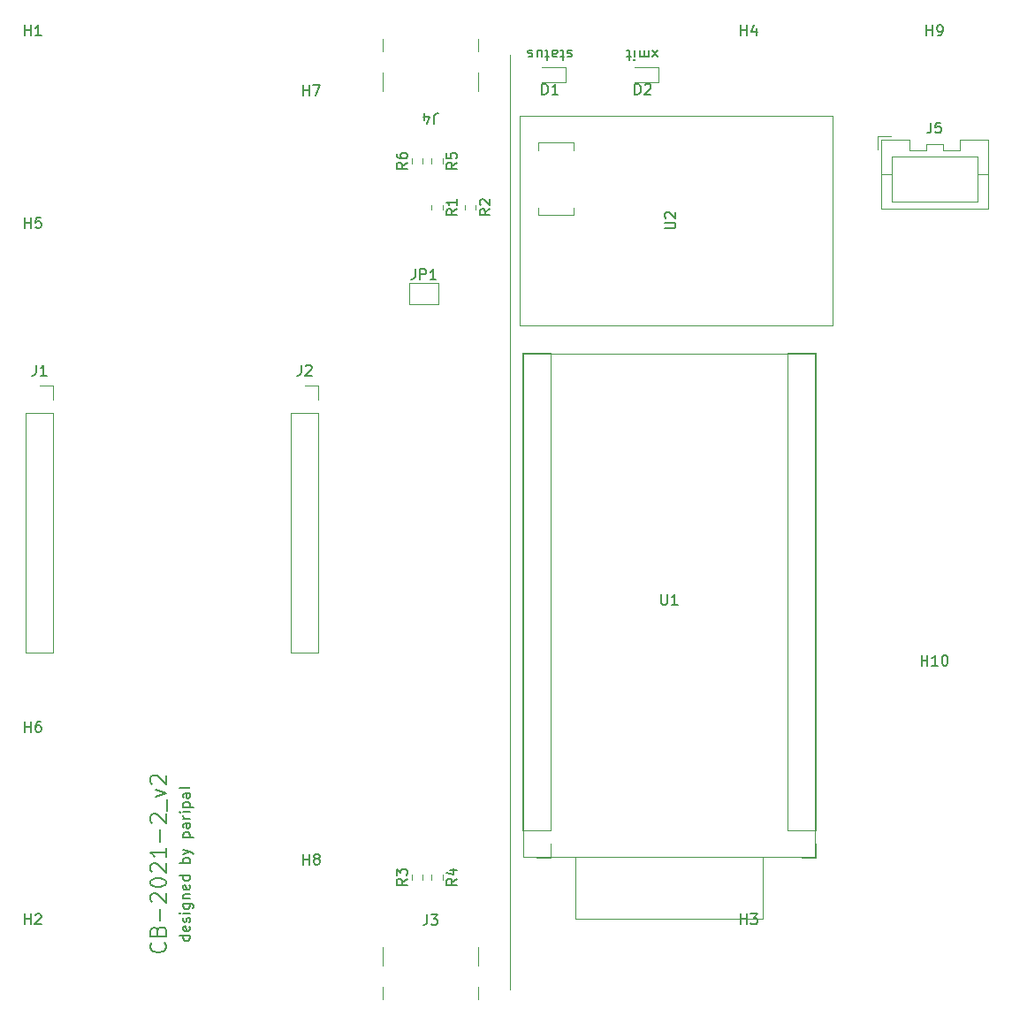
<source format=gbr>
G04 #@! TF.GenerationSoftware,KiCad,Pcbnew,7.0.7*
G04 #@! TF.CreationDate,2023-10-02T17:25:41+09:00*
G04 #@! TF.ProjectId,control_boad_2021-2,636f6e74-726f-46c5-9f62-6f61645f3230,rev?*
G04 #@! TF.SameCoordinates,Original*
G04 #@! TF.FileFunction,Legend,Top*
G04 #@! TF.FilePolarity,Positive*
%FSLAX46Y46*%
G04 Gerber Fmt 4.6, Leading zero omitted, Abs format (unit mm)*
G04 Created by KiCad (PCBNEW 7.0.7) date 2023-10-02 17:25:41*
%MOMM*%
%LPD*%
G01*
G04 APERTURE LIST*
%ADD10C,0.120000*%
%ADD11C,0.150000*%
%ADD12C,0.200000*%
G04 APERTURE END LIST*
D10*
X114935000Y-145415000D02*
X114935000Y-55880000D01*
D11*
X84274819Y-140207143D02*
X83274819Y-140207143D01*
X84227200Y-140207143D02*
X84274819Y-140302381D01*
X84274819Y-140302381D02*
X84274819Y-140492857D01*
X84274819Y-140492857D02*
X84227200Y-140588095D01*
X84227200Y-140588095D02*
X84179580Y-140635714D01*
X84179580Y-140635714D02*
X84084342Y-140683333D01*
X84084342Y-140683333D02*
X83798628Y-140683333D01*
X83798628Y-140683333D02*
X83703390Y-140635714D01*
X83703390Y-140635714D02*
X83655771Y-140588095D01*
X83655771Y-140588095D02*
X83608152Y-140492857D01*
X83608152Y-140492857D02*
X83608152Y-140302381D01*
X83608152Y-140302381D02*
X83655771Y-140207143D01*
X84227200Y-139350000D02*
X84274819Y-139445238D01*
X84274819Y-139445238D02*
X84274819Y-139635714D01*
X84274819Y-139635714D02*
X84227200Y-139730952D01*
X84227200Y-139730952D02*
X84131961Y-139778571D01*
X84131961Y-139778571D02*
X83751009Y-139778571D01*
X83751009Y-139778571D02*
X83655771Y-139730952D01*
X83655771Y-139730952D02*
X83608152Y-139635714D01*
X83608152Y-139635714D02*
X83608152Y-139445238D01*
X83608152Y-139445238D02*
X83655771Y-139350000D01*
X83655771Y-139350000D02*
X83751009Y-139302381D01*
X83751009Y-139302381D02*
X83846247Y-139302381D01*
X83846247Y-139302381D02*
X83941485Y-139778571D01*
X84227200Y-138921428D02*
X84274819Y-138826190D01*
X84274819Y-138826190D02*
X84274819Y-138635714D01*
X84274819Y-138635714D02*
X84227200Y-138540476D01*
X84227200Y-138540476D02*
X84131961Y-138492857D01*
X84131961Y-138492857D02*
X84084342Y-138492857D01*
X84084342Y-138492857D02*
X83989104Y-138540476D01*
X83989104Y-138540476D02*
X83941485Y-138635714D01*
X83941485Y-138635714D02*
X83941485Y-138778571D01*
X83941485Y-138778571D02*
X83893866Y-138873809D01*
X83893866Y-138873809D02*
X83798628Y-138921428D01*
X83798628Y-138921428D02*
X83751009Y-138921428D01*
X83751009Y-138921428D02*
X83655771Y-138873809D01*
X83655771Y-138873809D02*
X83608152Y-138778571D01*
X83608152Y-138778571D02*
X83608152Y-138635714D01*
X83608152Y-138635714D02*
X83655771Y-138540476D01*
X84274819Y-138064285D02*
X83608152Y-138064285D01*
X83274819Y-138064285D02*
X83322438Y-138111904D01*
X83322438Y-138111904D02*
X83370057Y-138064285D01*
X83370057Y-138064285D02*
X83322438Y-138016666D01*
X83322438Y-138016666D02*
X83274819Y-138064285D01*
X83274819Y-138064285D02*
X83370057Y-138064285D01*
X83608152Y-137159524D02*
X84417676Y-137159524D01*
X84417676Y-137159524D02*
X84512914Y-137207143D01*
X84512914Y-137207143D02*
X84560533Y-137254762D01*
X84560533Y-137254762D02*
X84608152Y-137350000D01*
X84608152Y-137350000D02*
X84608152Y-137492857D01*
X84608152Y-137492857D02*
X84560533Y-137588095D01*
X84227200Y-137159524D02*
X84274819Y-137254762D01*
X84274819Y-137254762D02*
X84274819Y-137445238D01*
X84274819Y-137445238D02*
X84227200Y-137540476D01*
X84227200Y-137540476D02*
X84179580Y-137588095D01*
X84179580Y-137588095D02*
X84084342Y-137635714D01*
X84084342Y-137635714D02*
X83798628Y-137635714D01*
X83798628Y-137635714D02*
X83703390Y-137588095D01*
X83703390Y-137588095D02*
X83655771Y-137540476D01*
X83655771Y-137540476D02*
X83608152Y-137445238D01*
X83608152Y-137445238D02*
X83608152Y-137254762D01*
X83608152Y-137254762D02*
X83655771Y-137159524D01*
X83608152Y-136683333D02*
X84274819Y-136683333D01*
X83703390Y-136683333D02*
X83655771Y-136635714D01*
X83655771Y-136635714D02*
X83608152Y-136540476D01*
X83608152Y-136540476D02*
X83608152Y-136397619D01*
X83608152Y-136397619D02*
X83655771Y-136302381D01*
X83655771Y-136302381D02*
X83751009Y-136254762D01*
X83751009Y-136254762D02*
X84274819Y-136254762D01*
X84227200Y-135397619D02*
X84274819Y-135492857D01*
X84274819Y-135492857D02*
X84274819Y-135683333D01*
X84274819Y-135683333D02*
X84227200Y-135778571D01*
X84227200Y-135778571D02*
X84131961Y-135826190D01*
X84131961Y-135826190D02*
X83751009Y-135826190D01*
X83751009Y-135826190D02*
X83655771Y-135778571D01*
X83655771Y-135778571D02*
X83608152Y-135683333D01*
X83608152Y-135683333D02*
X83608152Y-135492857D01*
X83608152Y-135492857D02*
X83655771Y-135397619D01*
X83655771Y-135397619D02*
X83751009Y-135350000D01*
X83751009Y-135350000D02*
X83846247Y-135350000D01*
X83846247Y-135350000D02*
X83941485Y-135826190D01*
X84274819Y-134492857D02*
X83274819Y-134492857D01*
X84227200Y-134492857D02*
X84274819Y-134588095D01*
X84274819Y-134588095D02*
X84274819Y-134778571D01*
X84274819Y-134778571D02*
X84227200Y-134873809D01*
X84227200Y-134873809D02*
X84179580Y-134921428D01*
X84179580Y-134921428D02*
X84084342Y-134969047D01*
X84084342Y-134969047D02*
X83798628Y-134969047D01*
X83798628Y-134969047D02*
X83703390Y-134921428D01*
X83703390Y-134921428D02*
X83655771Y-134873809D01*
X83655771Y-134873809D02*
X83608152Y-134778571D01*
X83608152Y-134778571D02*
X83608152Y-134588095D01*
X83608152Y-134588095D02*
X83655771Y-134492857D01*
X84274819Y-133254761D02*
X83274819Y-133254761D01*
X83655771Y-133254761D02*
X83608152Y-133159523D01*
X83608152Y-133159523D02*
X83608152Y-132969047D01*
X83608152Y-132969047D02*
X83655771Y-132873809D01*
X83655771Y-132873809D02*
X83703390Y-132826190D01*
X83703390Y-132826190D02*
X83798628Y-132778571D01*
X83798628Y-132778571D02*
X84084342Y-132778571D01*
X84084342Y-132778571D02*
X84179580Y-132826190D01*
X84179580Y-132826190D02*
X84227200Y-132873809D01*
X84227200Y-132873809D02*
X84274819Y-132969047D01*
X84274819Y-132969047D02*
X84274819Y-133159523D01*
X84274819Y-133159523D02*
X84227200Y-133254761D01*
X83608152Y-132445237D02*
X84274819Y-132207142D01*
X83608152Y-131969047D02*
X84274819Y-132207142D01*
X84274819Y-132207142D02*
X84512914Y-132302380D01*
X84512914Y-132302380D02*
X84560533Y-132349999D01*
X84560533Y-132349999D02*
X84608152Y-132445237D01*
X83608152Y-130826189D02*
X84608152Y-130826189D01*
X83655771Y-130826189D02*
X83608152Y-130730951D01*
X83608152Y-130730951D02*
X83608152Y-130540475D01*
X83608152Y-130540475D02*
X83655771Y-130445237D01*
X83655771Y-130445237D02*
X83703390Y-130397618D01*
X83703390Y-130397618D02*
X83798628Y-130349999D01*
X83798628Y-130349999D02*
X84084342Y-130349999D01*
X84084342Y-130349999D02*
X84179580Y-130397618D01*
X84179580Y-130397618D02*
X84227200Y-130445237D01*
X84227200Y-130445237D02*
X84274819Y-130540475D01*
X84274819Y-130540475D02*
X84274819Y-130730951D01*
X84274819Y-130730951D02*
X84227200Y-130826189D01*
X84274819Y-129492856D02*
X83751009Y-129492856D01*
X83751009Y-129492856D02*
X83655771Y-129540475D01*
X83655771Y-129540475D02*
X83608152Y-129635713D01*
X83608152Y-129635713D02*
X83608152Y-129826189D01*
X83608152Y-129826189D02*
X83655771Y-129921427D01*
X84227200Y-129492856D02*
X84274819Y-129588094D01*
X84274819Y-129588094D02*
X84274819Y-129826189D01*
X84274819Y-129826189D02*
X84227200Y-129921427D01*
X84227200Y-129921427D02*
X84131961Y-129969046D01*
X84131961Y-129969046D02*
X84036723Y-129969046D01*
X84036723Y-129969046D02*
X83941485Y-129921427D01*
X83941485Y-129921427D02*
X83893866Y-129826189D01*
X83893866Y-129826189D02*
X83893866Y-129588094D01*
X83893866Y-129588094D02*
X83846247Y-129492856D01*
X84274819Y-129016665D02*
X83608152Y-129016665D01*
X83798628Y-129016665D02*
X83703390Y-128969046D01*
X83703390Y-128969046D02*
X83655771Y-128921427D01*
X83655771Y-128921427D02*
X83608152Y-128826189D01*
X83608152Y-128826189D02*
X83608152Y-128730951D01*
X84274819Y-128397617D02*
X83608152Y-128397617D01*
X83274819Y-128397617D02*
X83322438Y-128445236D01*
X83322438Y-128445236D02*
X83370057Y-128397617D01*
X83370057Y-128397617D02*
X83322438Y-128349998D01*
X83322438Y-128349998D02*
X83274819Y-128397617D01*
X83274819Y-128397617D02*
X83370057Y-128397617D01*
X83608152Y-127921427D02*
X84608152Y-127921427D01*
X83655771Y-127921427D02*
X83608152Y-127826189D01*
X83608152Y-127826189D02*
X83608152Y-127635713D01*
X83608152Y-127635713D02*
X83655771Y-127540475D01*
X83655771Y-127540475D02*
X83703390Y-127492856D01*
X83703390Y-127492856D02*
X83798628Y-127445237D01*
X83798628Y-127445237D02*
X84084342Y-127445237D01*
X84084342Y-127445237D02*
X84179580Y-127492856D01*
X84179580Y-127492856D02*
X84227200Y-127540475D01*
X84227200Y-127540475D02*
X84274819Y-127635713D01*
X84274819Y-127635713D02*
X84274819Y-127826189D01*
X84274819Y-127826189D02*
X84227200Y-127921427D01*
X84274819Y-126588094D02*
X83751009Y-126588094D01*
X83751009Y-126588094D02*
X83655771Y-126635713D01*
X83655771Y-126635713D02*
X83608152Y-126730951D01*
X83608152Y-126730951D02*
X83608152Y-126921427D01*
X83608152Y-126921427D02*
X83655771Y-127016665D01*
X84227200Y-126588094D02*
X84274819Y-126683332D01*
X84274819Y-126683332D02*
X84274819Y-126921427D01*
X84274819Y-126921427D02*
X84227200Y-127016665D01*
X84227200Y-127016665D02*
X84131961Y-127064284D01*
X84131961Y-127064284D02*
X84036723Y-127064284D01*
X84036723Y-127064284D02*
X83941485Y-127016665D01*
X83941485Y-127016665D02*
X83893866Y-126921427D01*
X83893866Y-126921427D02*
X83893866Y-126683332D01*
X83893866Y-126683332D02*
X83846247Y-126588094D01*
X84274819Y-125969046D02*
X84227200Y-126064284D01*
X84227200Y-126064284D02*
X84131961Y-126111903D01*
X84131961Y-126111903D02*
X83274819Y-126111903D01*
X120840238Y-55472800D02*
X120745000Y-55425180D01*
X120745000Y-55425180D02*
X120554524Y-55425180D01*
X120554524Y-55425180D02*
X120459286Y-55472800D01*
X120459286Y-55472800D02*
X120411667Y-55568038D01*
X120411667Y-55568038D02*
X120411667Y-55615657D01*
X120411667Y-55615657D02*
X120459286Y-55710895D01*
X120459286Y-55710895D02*
X120554524Y-55758514D01*
X120554524Y-55758514D02*
X120697381Y-55758514D01*
X120697381Y-55758514D02*
X120792619Y-55806133D01*
X120792619Y-55806133D02*
X120840238Y-55901371D01*
X120840238Y-55901371D02*
X120840238Y-55948990D01*
X120840238Y-55948990D02*
X120792619Y-56044228D01*
X120792619Y-56044228D02*
X120697381Y-56091847D01*
X120697381Y-56091847D02*
X120554524Y-56091847D01*
X120554524Y-56091847D02*
X120459286Y-56044228D01*
X120125952Y-56091847D02*
X119745000Y-56091847D01*
X119983095Y-56425180D02*
X119983095Y-55568038D01*
X119983095Y-55568038D02*
X119935476Y-55472800D01*
X119935476Y-55472800D02*
X119840238Y-55425180D01*
X119840238Y-55425180D02*
X119745000Y-55425180D01*
X118983095Y-55425180D02*
X118983095Y-55948990D01*
X118983095Y-55948990D02*
X119030714Y-56044228D01*
X119030714Y-56044228D02*
X119125952Y-56091847D01*
X119125952Y-56091847D02*
X119316428Y-56091847D01*
X119316428Y-56091847D02*
X119411666Y-56044228D01*
X118983095Y-55472800D02*
X119078333Y-55425180D01*
X119078333Y-55425180D02*
X119316428Y-55425180D01*
X119316428Y-55425180D02*
X119411666Y-55472800D01*
X119411666Y-55472800D02*
X119459285Y-55568038D01*
X119459285Y-55568038D02*
X119459285Y-55663276D01*
X119459285Y-55663276D02*
X119411666Y-55758514D01*
X119411666Y-55758514D02*
X119316428Y-55806133D01*
X119316428Y-55806133D02*
X119078333Y-55806133D01*
X119078333Y-55806133D02*
X118983095Y-55853752D01*
X118649761Y-56091847D02*
X118268809Y-56091847D01*
X118506904Y-56425180D02*
X118506904Y-55568038D01*
X118506904Y-55568038D02*
X118459285Y-55472800D01*
X118459285Y-55472800D02*
X118364047Y-55425180D01*
X118364047Y-55425180D02*
X118268809Y-55425180D01*
X117506904Y-56091847D02*
X117506904Y-55425180D01*
X117935475Y-56091847D02*
X117935475Y-55568038D01*
X117935475Y-55568038D02*
X117887856Y-55472800D01*
X117887856Y-55472800D02*
X117792618Y-55425180D01*
X117792618Y-55425180D02*
X117649761Y-55425180D01*
X117649761Y-55425180D02*
X117554523Y-55472800D01*
X117554523Y-55472800D02*
X117506904Y-55520419D01*
X117078332Y-55472800D02*
X116983094Y-55425180D01*
X116983094Y-55425180D02*
X116792618Y-55425180D01*
X116792618Y-55425180D02*
X116697380Y-55472800D01*
X116697380Y-55472800D02*
X116649761Y-55568038D01*
X116649761Y-55568038D02*
X116649761Y-55615657D01*
X116649761Y-55615657D02*
X116697380Y-55710895D01*
X116697380Y-55710895D02*
X116792618Y-55758514D01*
X116792618Y-55758514D02*
X116935475Y-55758514D01*
X116935475Y-55758514D02*
X117030713Y-55806133D01*
X117030713Y-55806133D02*
X117078332Y-55901371D01*
X117078332Y-55901371D02*
X117078332Y-55948990D01*
X117078332Y-55948990D02*
X117030713Y-56044228D01*
X117030713Y-56044228D02*
X116935475Y-56091847D01*
X116935475Y-56091847D02*
X116792618Y-56091847D01*
X116792618Y-56091847D02*
X116697380Y-56044228D01*
D12*
X81820671Y-140921427D02*
X81892100Y-140992855D01*
X81892100Y-140992855D02*
X81963528Y-141207141D01*
X81963528Y-141207141D02*
X81963528Y-141349998D01*
X81963528Y-141349998D02*
X81892100Y-141564284D01*
X81892100Y-141564284D02*
X81749242Y-141707141D01*
X81749242Y-141707141D02*
X81606385Y-141778570D01*
X81606385Y-141778570D02*
X81320671Y-141849998D01*
X81320671Y-141849998D02*
X81106385Y-141849998D01*
X81106385Y-141849998D02*
X80820671Y-141778570D01*
X80820671Y-141778570D02*
X80677814Y-141707141D01*
X80677814Y-141707141D02*
X80534957Y-141564284D01*
X80534957Y-141564284D02*
X80463528Y-141349998D01*
X80463528Y-141349998D02*
X80463528Y-141207141D01*
X80463528Y-141207141D02*
X80534957Y-140992855D01*
X80534957Y-140992855D02*
X80606385Y-140921427D01*
X81177814Y-139778570D02*
X81249242Y-139564284D01*
X81249242Y-139564284D02*
X81320671Y-139492855D01*
X81320671Y-139492855D02*
X81463528Y-139421427D01*
X81463528Y-139421427D02*
X81677814Y-139421427D01*
X81677814Y-139421427D02*
X81820671Y-139492855D01*
X81820671Y-139492855D02*
X81892100Y-139564284D01*
X81892100Y-139564284D02*
X81963528Y-139707141D01*
X81963528Y-139707141D02*
X81963528Y-140278570D01*
X81963528Y-140278570D02*
X80463528Y-140278570D01*
X80463528Y-140278570D02*
X80463528Y-139778570D01*
X80463528Y-139778570D02*
X80534957Y-139635713D01*
X80534957Y-139635713D02*
X80606385Y-139564284D01*
X80606385Y-139564284D02*
X80749242Y-139492855D01*
X80749242Y-139492855D02*
X80892100Y-139492855D01*
X80892100Y-139492855D02*
X81034957Y-139564284D01*
X81034957Y-139564284D02*
X81106385Y-139635713D01*
X81106385Y-139635713D02*
X81177814Y-139778570D01*
X81177814Y-139778570D02*
X81177814Y-140278570D01*
X81392100Y-138778570D02*
X81392100Y-137635713D01*
X80606385Y-136992855D02*
X80534957Y-136921427D01*
X80534957Y-136921427D02*
X80463528Y-136778570D01*
X80463528Y-136778570D02*
X80463528Y-136421427D01*
X80463528Y-136421427D02*
X80534957Y-136278570D01*
X80534957Y-136278570D02*
X80606385Y-136207141D01*
X80606385Y-136207141D02*
X80749242Y-136135712D01*
X80749242Y-136135712D02*
X80892100Y-136135712D01*
X80892100Y-136135712D02*
X81106385Y-136207141D01*
X81106385Y-136207141D02*
X81963528Y-137064284D01*
X81963528Y-137064284D02*
X81963528Y-136135712D01*
X80463528Y-135207141D02*
X80463528Y-135064284D01*
X80463528Y-135064284D02*
X80534957Y-134921427D01*
X80534957Y-134921427D02*
X80606385Y-134849999D01*
X80606385Y-134849999D02*
X80749242Y-134778570D01*
X80749242Y-134778570D02*
X81034957Y-134707141D01*
X81034957Y-134707141D02*
X81392100Y-134707141D01*
X81392100Y-134707141D02*
X81677814Y-134778570D01*
X81677814Y-134778570D02*
X81820671Y-134849999D01*
X81820671Y-134849999D02*
X81892100Y-134921427D01*
X81892100Y-134921427D02*
X81963528Y-135064284D01*
X81963528Y-135064284D02*
X81963528Y-135207141D01*
X81963528Y-135207141D02*
X81892100Y-135349999D01*
X81892100Y-135349999D02*
X81820671Y-135421427D01*
X81820671Y-135421427D02*
X81677814Y-135492856D01*
X81677814Y-135492856D02*
X81392100Y-135564284D01*
X81392100Y-135564284D02*
X81034957Y-135564284D01*
X81034957Y-135564284D02*
X80749242Y-135492856D01*
X80749242Y-135492856D02*
X80606385Y-135421427D01*
X80606385Y-135421427D02*
X80534957Y-135349999D01*
X80534957Y-135349999D02*
X80463528Y-135207141D01*
X80606385Y-134135713D02*
X80534957Y-134064285D01*
X80534957Y-134064285D02*
X80463528Y-133921428D01*
X80463528Y-133921428D02*
X80463528Y-133564285D01*
X80463528Y-133564285D02*
X80534957Y-133421428D01*
X80534957Y-133421428D02*
X80606385Y-133349999D01*
X80606385Y-133349999D02*
X80749242Y-133278570D01*
X80749242Y-133278570D02*
X80892100Y-133278570D01*
X80892100Y-133278570D02*
X81106385Y-133349999D01*
X81106385Y-133349999D02*
X81963528Y-134207142D01*
X81963528Y-134207142D02*
X81963528Y-133278570D01*
X81963528Y-131849999D02*
X81963528Y-132707142D01*
X81963528Y-132278571D02*
X80463528Y-132278571D01*
X80463528Y-132278571D02*
X80677814Y-132421428D01*
X80677814Y-132421428D02*
X80820671Y-132564285D01*
X80820671Y-132564285D02*
X80892100Y-132707142D01*
X81392100Y-131207143D02*
X81392100Y-130064286D01*
X80606385Y-129421428D02*
X80534957Y-129350000D01*
X80534957Y-129350000D02*
X80463528Y-129207143D01*
X80463528Y-129207143D02*
X80463528Y-128850000D01*
X80463528Y-128850000D02*
X80534957Y-128707143D01*
X80534957Y-128707143D02*
X80606385Y-128635714D01*
X80606385Y-128635714D02*
X80749242Y-128564285D01*
X80749242Y-128564285D02*
X80892100Y-128564285D01*
X80892100Y-128564285D02*
X81106385Y-128635714D01*
X81106385Y-128635714D02*
X81963528Y-129492857D01*
X81963528Y-129492857D02*
X81963528Y-128564285D01*
X82106385Y-128278572D02*
X82106385Y-127135714D01*
X80963528Y-126921429D02*
X81963528Y-126564286D01*
X81963528Y-126564286D02*
X80963528Y-126207143D01*
X80606385Y-125707143D02*
X80534957Y-125635715D01*
X80534957Y-125635715D02*
X80463528Y-125492858D01*
X80463528Y-125492858D02*
X80463528Y-125135715D01*
X80463528Y-125135715D02*
X80534957Y-124992858D01*
X80534957Y-124992858D02*
X80606385Y-124921429D01*
X80606385Y-124921429D02*
X80749242Y-124850000D01*
X80749242Y-124850000D02*
X80892100Y-124850000D01*
X80892100Y-124850000D02*
X81106385Y-124921429D01*
X81106385Y-124921429D02*
X81963528Y-125778572D01*
X81963528Y-125778572D02*
X81963528Y-124850000D01*
D11*
X129087380Y-55425180D02*
X128563571Y-56091847D01*
X129087380Y-56091847D02*
X128563571Y-55425180D01*
X128182618Y-55425180D02*
X128182618Y-56091847D01*
X128182618Y-55996609D02*
X128134999Y-56044228D01*
X128134999Y-56044228D02*
X128039761Y-56091847D01*
X128039761Y-56091847D02*
X127896904Y-56091847D01*
X127896904Y-56091847D02*
X127801666Y-56044228D01*
X127801666Y-56044228D02*
X127754047Y-55948990D01*
X127754047Y-55948990D02*
X127754047Y-55425180D01*
X127754047Y-55948990D02*
X127706428Y-56044228D01*
X127706428Y-56044228D02*
X127611190Y-56091847D01*
X127611190Y-56091847D02*
X127468333Y-56091847D01*
X127468333Y-56091847D02*
X127373094Y-56044228D01*
X127373094Y-56044228D02*
X127325475Y-55948990D01*
X127325475Y-55948990D02*
X127325475Y-55425180D01*
X126849285Y-55425180D02*
X126849285Y-56091847D01*
X126849285Y-56425180D02*
X126896904Y-56377561D01*
X126896904Y-56377561D02*
X126849285Y-56329942D01*
X126849285Y-56329942D02*
X126801666Y-56377561D01*
X126801666Y-56377561D02*
X126849285Y-56425180D01*
X126849285Y-56425180D02*
X126849285Y-56329942D01*
X126515952Y-56091847D02*
X126135000Y-56091847D01*
X126373095Y-56425180D02*
X126373095Y-55568038D01*
X126373095Y-55568038D02*
X126325476Y-55472800D01*
X126325476Y-55472800D02*
X126230238Y-55425180D01*
X126230238Y-55425180D02*
X126135000Y-55425180D01*
X118006905Y-59669819D02*
X118006905Y-58669819D01*
X118006905Y-58669819D02*
X118245000Y-58669819D01*
X118245000Y-58669819D02*
X118387857Y-58717438D01*
X118387857Y-58717438D02*
X118483095Y-58812676D01*
X118483095Y-58812676D02*
X118530714Y-58907914D01*
X118530714Y-58907914D02*
X118578333Y-59098390D01*
X118578333Y-59098390D02*
X118578333Y-59241247D01*
X118578333Y-59241247D02*
X118530714Y-59431723D01*
X118530714Y-59431723D02*
X118483095Y-59526961D01*
X118483095Y-59526961D02*
X118387857Y-59622200D01*
X118387857Y-59622200D02*
X118245000Y-59669819D01*
X118245000Y-59669819D02*
X118006905Y-59669819D01*
X119530714Y-59669819D02*
X118959286Y-59669819D01*
X119245000Y-59669819D02*
X119245000Y-58669819D01*
X119245000Y-58669819D02*
X119149762Y-58812676D01*
X119149762Y-58812676D02*
X119054524Y-58907914D01*
X119054524Y-58907914D02*
X118959286Y-58955533D01*
X126896905Y-59669819D02*
X126896905Y-58669819D01*
X126896905Y-58669819D02*
X127135000Y-58669819D01*
X127135000Y-58669819D02*
X127277857Y-58717438D01*
X127277857Y-58717438D02*
X127373095Y-58812676D01*
X127373095Y-58812676D02*
X127420714Y-58907914D01*
X127420714Y-58907914D02*
X127468333Y-59098390D01*
X127468333Y-59098390D02*
X127468333Y-59241247D01*
X127468333Y-59241247D02*
X127420714Y-59431723D01*
X127420714Y-59431723D02*
X127373095Y-59526961D01*
X127373095Y-59526961D02*
X127277857Y-59622200D01*
X127277857Y-59622200D02*
X127135000Y-59669819D01*
X127135000Y-59669819D02*
X126896905Y-59669819D01*
X127849286Y-58765057D02*
X127896905Y-58717438D01*
X127896905Y-58717438D02*
X127992143Y-58669819D01*
X127992143Y-58669819D02*
X128230238Y-58669819D01*
X128230238Y-58669819D02*
X128325476Y-58717438D01*
X128325476Y-58717438D02*
X128373095Y-58765057D01*
X128373095Y-58765057D02*
X128420714Y-58860295D01*
X128420714Y-58860295D02*
X128420714Y-58955533D01*
X128420714Y-58955533D02*
X128373095Y-59098390D01*
X128373095Y-59098390D02*
X127801667Y-59669819D01*
X127801667Y-59669819D02*
X128420714Y-59669819D01*
X68453095Y-54039819D02*
X68453095Y-53039819D01*
X68453095Y-53516009D02*
X69024523Y-53516009D01*
X69024523Y-54039819D02*
X69024523Y-53039819D01*
X70024523Y-54039819D02*
X69453095Y-54039819D01*
X69738809Y-54039819D02*
X69738809Y-53039819D01*
X69738809Y-53039819D02*
X69643571Y-53182676D01*
X69643571Y-53182676D02*
X69548333Y-53277914D01*
X69548333Y-53277914D02*
X69453095Y-53325533D01*
X68453095Y-139129819D02*
X68453095Y-138129819D01*
X68453095Y-138606009D02*
X69024523Y-138606009D01*
X69024523Y-139129819D02*
X69024523Y-138129819D01*
X69453095Y-138225057D02*
X69500714Y-138177438D01*
X69500714Y-138177438D02*
X69595952Y-138129819D01*
X69595952Y-138129819D02*
X69834047Y-138129819D01*
X69834047Y-138129819D02*
X69929285Y-138177438D01*
X69929285Y-138177438D02*
X69976904Y-138225057D01*
X69976904Y-138225057D02*
X70024523Y-138320295D01*
X70024523Y-138320295D02*
X70024523Y-138415533D01*
X70024523Y-138415533D02*
X69976904Y-138558390D01*
X69976904Y-138558390D02*
X69405476Y-139129819D01*
X69405476Y-139129819D02*
X70024523Y-139129819D01*
X137033095Y-139129819D02*
X137033095Y-138129819D01*
X137033095Y-138606009D02*
X137604523Y-138606009D01*
X137604523Y-139129819D02*
X137604523Y-138129819D01*
X137985476Y-138129819D02*
X138604523Y-138129819D01*
X138604523Y-138129819D02*
X138271190Y-138510771D01*
X138271190Y-138510771D02*
X138414047Y-138510771D01*
X138414047Y-138510771D02*
X138509285Y-138558390D01*
X138509285Y-138558390D02*
X138556904Y-138606009D01*
X138556904Y-138606009D02*
X138604523Y-138701247D01*
X138604523Y-138701247D02*
X138604523Y-138939342D01*
X138604523Y-138939342D02*
X138556904Y-139034580D01*
X138556904Y-139034580D02*
X138509285Y-139082200D01*
X138509285Y-139082200D02*
X138414047Y-139129819D01*
X138414047Y-139129819D02*
X138128333Y-139129819D01*
X138128333Y-139129819D02*
X138033095Y-139082200D01*
X138033095Y-139082200D02*
X137985476Y-139034580D01*
X137033095Y-54039819D02*
X137033095Y-53039819D01*
X137033095Y-53516009D02*
X137604523Y-53516009D01*
X137604523Y-54039819D02*
X137604523Y-53039819D01*
X138509285Y-53373152D02*
X138509285Y-54039819D01*
X138271190Y-52992200D02*
X138033095Y-53706485D01*
X138033095Y-53706485D02*
X138652142Y-53706485D01*
X68453095Y-72454819D02*
X68453095Y-71454819D01*
X68453095Y-71931009D02*
X69024523Y-71931009D01*
X69024523Y-72454819D02*
X69024523Y-71454819D01*
X69976904Y-71454819D02*
X69500714Y-71454819D01*
X69500714Y-71454819D02*
X69453095Y-71931009D01*
X69453095Y-71931009D02*
X69500714Y-71883390D01*
X69500714Y-71883390D02*
X69595952Y-71835771D01*
X69595952Y-71835771D02*
X69834047Y-71835771D01*
X69834047Y-71835771D02*
X69929285Y-71883390D01*
X69929285Y-71883390D02*
X69976904Y-71931009D01*
X69976904Y-71931009D02*
X70024523Y-72026247D01*
X70024523Y-72026247D02*
X70024523Y-72264342D01*
X70024523Y-72264342D02*
X69976904Y-72359580D01*
X69976904Y-72359580D02*
X69929285Y-72407200D01*
X69929285Y-72407200D02*
X69834047Y-72454819D01*
X69834047Y-72454819D02*
X69595952Y-72454819D01*
X69595952Y-72454819D02*
X69500714Y-72407200D01*
X69500714Y-72407200D02*
X69453095Y-72359580D01*
X68453095Y-120714819D02*
X68453095Y-119714819D01*
X68453095Y-120191009D02*
X69024523Y-120191009D01*
X69024523Y-120714819D02*
X69024523Y-119714819D01*
X69929285Y-119714819D02*
X69738809Y-119714819D01*
X69738809Y-119714819D02*
X69643571Y-119762438D01*
X69643571Y-119762438D02*
X69595952Y-119810057D01*
X69595952Y-119810057D02*
X69500714Y-119952914D01*
X69500714Y-119952914D02*
X69453095Y-120143390D01*
X69453095Y-120143390D02*
X69453095Y-120524342D01*
X69453095Y-120524342D02*
X69500714Y-120619580D01*
X69500714Y-120619580D02*
X69548333Y-120667200D01*
X69548333Y-120667200D02*
X69643571Y-120714819D01*
X69643571Y-120714819D02*
X69834047Y-120714819D01*
X69834047Y-120714819D02*
X69929285Y-120667200D01*
X69929285Y-120667200D02*
X69976904Y-120619580D01*
X69976904Y-120619580D02*
X70024523Y-120524342D01*
X70024523Y-120524342D02*
X70024523Y-120286247D01*
X70024523Y-120286247D02*
X69976904Y-120191009D01*
X69976904Y-120191009D02*
X69929285Y-120143390D01*
X69929285Y-120143390D02*
X69834047Y-120095771D01*
X69834047Y-120095771D02*
X69643571Y-120095771D01*
X69643571Y-120095771D02*
X69548333Y-120143390D01*
X69548333Y-120143390D02*
X69500714Y-120191009D01*
X69500714Y-120191009D02*
X69453095Y-120286247D01*
X95123095Y-59754819D02*
X95123095Y-58754819D01*
X95123095Y-59231009D02*
X95694523Y-59231009D01*
X95694523Y-59754819D02*
X95694523Y-58754819D01*
X96075476Y-58754819D02*
X96742142Y-58754819D01*
X96742142Y-58754819D02*
X96313571Y-59754819D01*
X95123095Y-133414819D02*
X95123095Y-132414819D01*
X95123095Y-132891009D02*
X95694523Y-132891009D01*
X95694523Y-133414819D02*
X95694523Y-132414819D01*
X96313571Y-132843390D02*
X96218333Y-132795771D01*
X96218333Y-132795771D02*
X96170714Y-132748152D01*
X96170714Y-132748152D02*
X96123095Y-132652914D01*
X96123095Y-132652914D02*
X96123095Y-132605295D01*
X96123095Y-132605295D02*
X96170714Y-132510057D01*
X96170714Y-132510057D02*
X96218333Y-132462438D01*
X96218333Y-132462438D02*
X96313571Y-132414819D01*
X96313571Y-132414819D02*
X96504047Y-132414819D01*
X96504047Y-132414819D02*
X96599285Y-132462438D01*
X96599285Y-132462438D02*
X96646904Y-132510057D01*
X96646904Y-132510057D02*
X96694523Y-132605295D01*
X96694523Y-132605295D02*
X96694523Y-132652914D01*
X96694523Y-132652914D02*
X96646904Y-132748152D01*
X96646904Y-132748152D02*
X96599285Y-132795771D01*
X96599285Y-132795771D02*
X96504047Y-132843390D01*
X96504047Y-132843390D02*
X96313571Y-132843390D01*
X96313571Y-132843390D02*
X96218333Y-132891009D01*
X96218333Y-132891009D02*
X96170714Y-132938628D01*
X96170714Y-132938628D02*
X96123095Y-133033866D01*
X96123095Y-133033866D02*
X96123095Y-133224342D01*
X96123095Y-133224342D02*
X96170714Y-133319580D01*
X96170714Y-133319580D02*
X96218333Y-133367200D01*
X96218333Y-133367200D02*
X96313571Y-133414819D01*
X96313571Y-133414819D02*
X96504047Y-133414819D01*
X96504047Y-133414819D02*
X96599285Y-133367200D01*
X96599285Y-133367200D02*
X96646904Y-133319580D01*
X96646904Y-133319580D02*
X96694523Y-133224342D01*
X96694523Y-133224342D02*
X96694523Y-133033866D01*
X96694523Y-133033866D02*
X96646904Y-132938628D01*
X96646904Y-132938628D02*
X96599285Y-132891009D01*
X96599285Y-132891009D02*
X96504047Y-132843390D01*
X109834819Y-70651666D02*
X109358628Y-70984999D01*
X109834819Y-71223094D02*
X108834819Y-71223094D01*
X108834819Y-71223094D02*
X108834819Y-70842142D01*
X108834819Y-70842142D02*
X108882438Y-70746904D01*
X108882438Y-70746904D02*
X108930057Y-70699285D01*
X108930057Y-70699285D02*
X109025295Y-70651666D01*
X109025295Y-70651666D02*
X109168152Y-70651666D01*
X109168152Y-70651666D02*
X109263390Y-70699285D01*
X109263390Y-70699285D02*
X109311009Y-70746904D01*
X109311009Y-70746904D02*
X109358628Y-70842142D01*
X109358628Y-70842142D02*
X109358628Y-71223094D01*
X109834819Y-69699285D02*
X109834819Y-70270713D01*
X109834819Y-69984999D02*
X108834819Y-69984999D01*
X108834819Y-69984999D02*
X108977676Y-70080237D01*
X108977676Y-70080237D02*
X109072914Y-70175475D01*
X109072914Y-70175475D02*
X109120533Y-70270713D01*
X113009819Y-70651666D02*
X112533628Y-70984999D01*
X113009819Y-71223094D02*
X112009819Y-71223094D01*
X112009819Y-71223094D02*
X112009819Y-70842142D01*
X112009819Y-70842142D02*
X112057438Y-70746904D01*
X112057438Y-70746904D02*
X112105057Y-70699285D01*
X112105057Y-70699285D02*
X112200295Y-70651666D01*
X112200295Y-70651666D02*
X112343152Y-70651666D01*
X112343152Y-70651666D02*
X112438390Y-70699285D01*
X112438390Y-70699285D02*
X112486009Y-70746904D01*
X112486009Y-70746904D02*
X112533628Y-70842142D01*
X112533628Y-70842142D02*
X112533628Y-71223094D01*
X112105057Y-70270713D02*
X112057438Y-70223094D01*
X112057438Y-70223094D02*
X112009819Y-70127856D01*
X112009819Y-70127856D02*
X112009819Y-69889761D01*
X112009819Y-69889761D02*
X112057438Y-69794523D01*
X112057438Y-69794523D02*
X112105057Y-69746904D01*
X112105057Y-69746904D02*
X112200295Y-69699285D01*
X112200295Y-69699285D02*
X112295533Y-69699285D01*
X112295533Y-69699285D02*
X112438390Y-69746904D01*
X112438390Y-69746904D02*
X113009819Y-70318332D01*
X113009819Y-70318332D02*
X113009819Y-69699285D01*
X154813095Y-54039819D02*
X154813095Y-53039819D01*
X154813095Y-53516009D02*
X155384523Y-53516009D01*
X155384523Y-54039819D02*
X155384523Y-53039819D01*
X155908333Y-54039819D02*
X156098809Y-54039819D01*
X156098809Y-54039819D02*
X156194047Y-53992200D01*
X156194047Y-53992200D02*
X156241666Y-53944580D01*
X156241666Y-53944580D02*
X156336904Y-53801723D01*
X156336904Y-53801723D02*
X156384523Y-53611247D01*
X156384523Y-53611247D02*
X156384523Y-53230295D01*
X156384523Y-53230295D02*
X156336904Y-53135057D01*
X156336904Y-53135057D02*
X156289285Y-53087438D01*
X156289285Y-53087438D02*
X156194047Y-53039819D01*
X156194047Y-53039819D02*
X156003571Y-53039819D01*
X156003571Y-53039819D02*
X155908333Y-53087438D01*
X155908333Y-53087438D02*
X155860714Y-53135057D01*
X155860714Y-53135057D02*
X155813095Y-53230295D01*
X155813095Y-53230295D02*
X155813095Y-53468390D01*
X155813095Y-53468390D02*
X155860714Y-53563628D01*
X155860714Y-53563628D02*
X155908333Y-53611247D01*
X155908333Y-53611247D02*
X156003571Y-53658866D01*
X156003571Y-53658866D02*
X156194047Y-53658866D01*
X156194047Y-53658866D02*
X156289285Y-53611247D01*
X156289285Y-53611247D02*
X156336904Y-53563628D01*
X156336904Y-53563628D02*
X156384523Y-53468390D01*
X154336905Y-114364819D02*
X154336905Y-113364819D01*
X154336905Y-113841009D02*
X154908333Y-113841009D01*
X154908333Y-114364819D02*
X154908333Y-113364819D01*
X155908333Y-114364819D02*
X155336905Y-114364819D01*
X155622619Y-114364819D02*
X155622619Y-113364819D01*
X155622619Y-113364819D02*
X155527381Y-113507676D01*
X155527381Y-113507676D02*
X155432143Y-113602914D01*
X155432143Y-113602914D02*
X155336905Y-113650533D01*
X156527381Y-113364819D02*
X156622619Y-113364819D01*
X156622619Y-113364819D02*
X156717857Y-113412438D01*
X156717857Y-113412438D02*
X156765476Y-113460057D01*
X156765476Y-113460057D02*
X156813095Y-113555295D01*
X156813095Y-113555295D02*
X156860714Y-113745771D01*
X156860714Y-113745771D02*
X156860714Y-113983866D01*
X156860714Y-113983866D02*
X156813095Y-114174342D01*
X156813095Y-114174342D02*
X156765476Y-114269580D01*
X156765476Y-114269580D02*
X156717857Y-114317200D01*
X156717857Y-114317200D02*
X156622619Y-114364819D01*
X156622619Y-114364819D02*
X156527381Y-114364819D01*
X156527381Y-114364819D02*
X156432143Y-114317200D01*
X156432143Y-114317200D02*
X156384524Y-114269580D01*
X156384524Y-114269580D02*
X156336905Y-114174342D01*
X156336905Y-114174342D02*
X156289286Y-113983866D01*
X156289286Y-113983866D02*
X156289286Y-113745771D01*
X156289286Y-113745771D02*
X156336905Y-113555295D01*
X156336905Y-113555295D02*
X156384524Y-113460057D01*
X156384524Y-113460057D02*
X156432143Y-113412438D01*
X156432143Y-113412438D02*
X156527381Y-113364819D01*
X155241666Y-62364819D02*
X155241666Y-63079104D01*
X155241666Y-63079104D02*
X155194047Y-63221961D01*
X155194047Y-63221961D02*
X155098809Y-63317200D01*
X155098809Y-63317200D02*
X154955952Y-63364819D01*
X154955952Y-63364819D02*
X154860714Y-63364819D01*
X156194047Y-62364819D02*
X155717857Y-62364819D01*
X155717857Y-62364819D02*
X155670238Y-62841009D01*
X155670238Y-62841009D02*
X155717857Y-62793390D01*
X155717857Y-62793390D02*
X155813095Y-62745771D01*
X155813095Y-62745771D02*
X156051190Y-62745771D01*
X156051190Y-62745771D02*
X156146428Y-62793390D01*
X156146428Y-62793390D02*
X156194047Y-62841009D01*
X156194047Y-62841009D02*
X156241666Y-62936247D01*
X156241666Y-62936247D02*
X156241666Y-63174342D01*
X156241666Y-63174342D02*
X156194047Y-63269580D01*
X156194047Y-63269580D02*
X156146428Y-63317200D01*
X156146428Y-63317200D02*
X156051190Y-63364819D01*
X156051190Y-63364819D02*
X155813095Y-63364819D01*
X155813095Y-63364819D02*
X155717857Y-63317200D01*
X155717857Y-63317200D02*
X155670238Y-63269580D01*
X69516666Y-85584819D02*
X69516666Y-86299104D01*
X69516666Y-86299104D02*
X69469047Y-86441961D01*
X69469047Y-86441961D02*
X69373809Y-86537200D01*
X69373809Y-86537200D02*
X69230952Y-86584819D01*
X69230952Y-86584819D02*
X69135714Y-86584819D01*
X70516666Y-86584819D02*
X69945238Y-86584819D01*
X70230952Y-86584819D02*
X70230952Y-85584819D01*
X70230952Y-85584819D02*
X70135714Y-85727676D01*
X70135714Y-85727676D02*
X70040476Y-85822914D01*
X70040476Y-85822914D02*
X69945238Y-85870533D01*
X94916666Y-85584819D02*
X94916666Y-86299104D01*
X94916666Y-86299104D02*
X94869047Y-86441961D01*
X94869047Y-86441961D02*
X94773809Y-86537200D01*
X94773809Y-86537200D02*
X94630952Y-86584819D01*
X94630952Y-86584819D02*
X94535714Y-86584819D01*
X95345238Y-85680057D02*
X95392857Y-85632438D01*
X95392857Y-85632438D02*
X95488095Y-85584819D01*
X95488095Y-85584819D02*
X95726190Y-85584819D01*
X95726190Y-85584819D02*
X95821428Y-85632438D01*
X95821428Y-85632438D02*
X95869047Y-85680057D01*
X95869047Y-85680057D02*
X95916666Y-85775295D01*
X95916666Y-85775295D02*
X95916666Y-85870533D01*
X95916666Y-85870533D02*
X95869047Y-86013390D01*
X95869047Y-86013390D02*
X95297619Y-86584819D01*
X95297619Y-86584819D02*
X95916666Y-86584819D01*
X105846666Y-76394819D02*
X105846666Y-77109104D01*
X105846666Y-77109104D02*
X105799047Y-77251961D01*
X105799047Y-77251961D02*
X105703809Y-77347200D01*
X105703809Y-77347200D02*
X105560952Y-77394819D01*
X105560952Y-77394819D02*
X105465714Y-77394819D01*
X106322857Y-77394819D02*
X106322857Y-76394819D01*
X106322857Y-76394819D02*
X106703809Y-76394819D01*
X106703809Y-76394819D02*
X106799047Y-76442438D01*
X106799047Y-76442438D02*
X106846666Y-76490057D01*
X106846666Y-76490057D02*
X106894285Y-76585295D01*
X106894285Y-76585295D02*
X106894285Y-76728152D01*
X106894285Y-76728152D02*
X106846666Y-76823390D01*
X106846666Y-76823390D02*
X106799047Y-76871009D01*
X106799047Y-76871009D02*
X106703809Y-76918628D01*
X106703809Y-76918628D02*
X106322857Y-76918628D01*
X107846666Y-77394819D02*
X107275238Y-77394819D01*
X107560952Y-77394819D02*
X107560952Y-76394819D01*
X107560952Y-76394819D02*
X107465714Y-76537676D01*
X107465714Y-76537676D02*
X107370476Y-76632914D01*
X107370476Y-76632914D02*
X107275238Y-76680533D01*
X129413095Y-107539819D02*
X129413095Y-108349342D01*
X129413095Y-108349342D02*
X129460714Y-108444580D01*
X129460714Y-108444580D02*
X129508333Y-108492200D01*
X129508333Y-108492200D02*
X129603571Y-108539819D01*
X129603571Y-108539819D02*
X129794047Y-108539819D01*
X129794047Y-108539819D02*
X129889285Y-108492200D01*
X129889285Y-108492200D02*
X129936904Y-108444580D01*
X129936904Y-108444580D02*
X129984523Y-108349342D01*
X129984523Y-108349342D02*
X129984523Y-107539819D01*
X130984523Y-108539819D02*
X130413095Y-108539819D01*
X130698809Y-108539819D02*
X130698809Y-107539819D01*
X130698809Y-107539819D02*
X130603571Y-107682676D01*
X130603571Y-107682676D02*
X130508333Y-107777914D01*
X130508333Y-107777914D02*
X130413095Y-107825533D01*
X129764819Y-72516904D02*
X130574342Y-72516904D01*
X130574342Y-72516904D02*
X130669580Y-72469285D01*
X130669580Y-72469285D02*
X130717200Y-72421666D01*
X130717200Y-72421666D02*
X130764819Y-72326428D01*
X130764819Y-72326428D02*
X130764819Y-72135952D01*
X130764819Y-72135952D02*
X130717200Y-72040714D01*
X130717200Y-72040714D02*
X130669580Y-71993095D01*
X130669580Y-71993095D02*
X130574342Y-71945476D01*
X130574342Y-71945476D02*
X129764819Y-71945476D01*
X129860057Y-71516904D02*
X129812438Y-71469285D01*
X129812438Y-71469285D02*
X129764819Y-71374047D01*
X129764819Y-71374047D02*
X129764819Y-71135952D01*
X129764819Y-71135952D02*
X129812438Y-71040714D01*
X129812438Y-71040714D02*
X129860057Y-70993095D01*
X129860057Y-70993095D02*
X129955295Y-70945476D01*
X129955295Y-70945476D02*
X130050533Y-70945476D01*
X130050533Y-70945476D02*
X130193390Y-70993095D01*
X130193390Y-70993095D02*
X130764819Y-71564523D01*
X130764819Y-71564523D02*
X130764819Y-70945476D01*
X105069819Y-134786666D02*
X104593628Y-135119999D01*
X105069819Y-135358094D02*
X104069819Y-135358094D01*
X104069819Y-135358094D02*
X104069819Y-134977142D01*
X104069819Y-134977142D02*
X104117438Y-134881904D01*
X104117438Y-134881904D02*
X104165057Y-134834285D01*
X104165057Y-134834285D02*
X104260295Y-134786666D01*
X104260295Y-134786666D02*
X104403152Y-134786666D01*
X104403152Y-134786666D02*
X104498390Y-134834285D01*
X104498390Y-134834285D02*
X104546009Y-134881904D01*
X104546009Y-134881904D02*
X104593628Y-134977142D01*
X104593628Y-134977142D02*
X104593628Y-135358094D01*
X104069819Y-134453332D02*
X104069819Y-133834285D01*
X104069819Y-133834285D02*
X104450771Y-134167618D01*
X104450771Y-134167618D02*
X104450771Y-134024761D01*
X104450771Y-134024761D02*
X104498390Y-133929523D01*
X104498390Y-133929523D02*
X104546009Y-133881904D01*
X104546009Y-133881904D02*
X104641247Y-133834285D01*
X104641247Y-133834285D02*
X104879342Y-133834285D01*
X104879342Y-133834285D02*
X104974580Y-133881904D01*
X104974580Y-133881904D02*
X105022200Y-133929523D01*
X105022200Y-133929523D02*
X105069819Y-134024761D01*
X105069819Y-134024761D02*
X105069819Y-134310475D01*
X105069819Y-134310475D02*
X105022200Y-134405713D01*
X105022200Y-134405713D02*
X104974580Y-134453332D01*
X107648333Y-62472680D02*
X107648333Y-61758395D01*
X107648333Y-61758395D02*
X107695952Y-61615538D01*
X107695952Y-61615538D02*
X107791190Y-61520300D01*
X107791190Y-61520300D02*
X107934047Y-61472680D01*
X107934047Y-61472680D02*
X108029285Y-61472680D01*
X106743571Y-62139347D02*
X106743571Y-61472680D01*
X106981666Y-62520300D02*
X107219761Y-61806014D01*
X107219761Y-61806014D02*
X106600714Y-61806014D01*
X105069819Y-66206666D02*
X104593628Y-66539999D01*
X105069819Y-66778094D02*
X104069819Y-66778094D01*
X104069819Y-66778094D02*
X104069819Y-66397142D01*
X104069819Y-66397142D02*
X104117438Y-66301904D01*
X104117438Y-66301904D02*
X104165057Y-66254285D01*
X104165057Y-66254285D02*
X104260295Y-66206666D01*
X104260295Y-66206666D02*
X104403152Y-66206666D01*
X104403152Y-66206666D02*
X104498390Y-66254285D01*
X104498390Y-66254285D02*
X104546009Y-66301904D01*
X104546009Y-66301904D02*
X104593628Y-66397142D01*
X104593628Y-66397142D02*
X104593628Y-66778094D01*
X104069819Y-65349523D02*
X104069819Y-65539999D01*
X104069819Y-65539999D02*
X104117438Y-65635237D01*
X104117438Y-65635237D02*
X104165057Y-65682856D01*
X104165057Y-65682856D02*
X104307914Y-65778094D01*
X104307914Y-65778094D02*
X104498390Y-65825713D01*
X104498390Y-65825713D02*
X104879342Y-65825713D01*
X104879342Y-65825713D02*
X104974580Y-65778094D01*
X104974580Y-65778094D02*
X105022200Y-65730475D01*
X105022200Y-65730475D02*
X105069819Y-65635237D01*
X105069819Y-65635237D02*
X105069819Y-65444761D01*
X105069819Y-65444761D02*
X105022200Y-65349523D01*
X105022200Y-65349523D02*
X104974580Y-65301904D01*
X104974580Y-65301904D02*
X104879342Y-65254285D01*
X104879342Y-65254285D02*
X104641247Y-65254285D01*
X104641247Y-65254285D02*
X104546009Y-65301904D01*
X104546009Y-65301904D02*
X104498390Y-65349523D01*
X104498390Y-65349523D02*
X104450771Y-65444761D01*
X104450771Y-65444761D02*
X104450771Y-65635237D01*
X104450771Y-65635237D02*
X104498390Y-65730475D01*
X104498390Y-65730475D02*
X104546009Y-65778094D01*
X104546009Y-65778094D02*
X104641247Y-65825713D01*
X106981666Y-138187319D02*
X106981666Y-138901604D01*
X106981666Y-138901604D02*
X106934047Y-139044461D01*
X106934047Y-139044461D02*
X106838809Y-139139700D01*
X106838809Y-139139700D02*
X106695952Y-139187319D01*
X106695952Y-139187319D02*
X106600714Y-139187319D01*
X107362619Y-138187319D02*
X107981666Y-138187319D01*
X107981666Y-138187319D02*
X107648333Y-138568271D01*
X107648333Y-138568271D02*
X107791190Y-138568271D01*
X107791190Y-138568271D02*
X107886428Y-138615890D01*
X107886428Y-138615890D02*
X107934047Y-138663509D01*
X107934047Y-138663509D02*
X107981666Y-138758747D01*
X107981666Y-138758747D02*
X107981666Y-138996842D01*
X107981666Y-138996842D02*
X107934047Y-139092080D01*
X107934047Y-139092080D02*
X107886428Y-139139700D01*
X107886428Y-139139700D02*
X107791190Y-139187319D01*
X107791190Y-139187319D02*
X107505476Y-139187319D01*
X107505476Y-139187319D02*
X107410238Y-139139700D01*
X107410238Y-139139700D02*
X107362619Y-139092080D01*
X109834819Y-66206666D02*
X109358628Y-66539999D01*
X109834819Y-66778094D02*
X108834819Y-66778094D01*
X108834819Y-66778094D02*
X108834819Y-66397142D01*
X108834819Y-66397142D02*
X108882438Y-66301904D01*
X108882438Y-66301904D02*
X108930057Y-66254285D01*
X108930057Y-66254285D02*
X109025295Y-66206666D01*
X109025295Y-66206666D02*
X109168152Y-66206666D01*
X109168152Y-66206666D02*
X109263390Y-66254285D01*
X109263390Y-66254285D02*
X109311009Y-66301904D01*
X109311009Y-66301904D02*
X109358628Y-66397142D01*
X109358628Y-66397142D02*
X109358628Y-66778094D01*
X108834819Y-65301904D02*
X108834819Y-65778094D01*
X108834819Y-65778094D02*
X109311009Y-65825713D01*
X109311009Y-65825713D02*
X109263390Y-65778094D01*
X109263390Y-65778094D02*
X109215771Y-65682856D01*
X109215771Y-65682856D02*
X109215771Y-65444761D01*
X109215771Y-65444761D02*
X109263390Y-65349523D01*
X109263390Y-65349523D02*
X109311009Y-65301904D01*
X109311009Y-65301904D02*
X109406247Y-65254285D01*
X109406247Y-65254285D02*
X109644342Y-65254285D01*
X109644342Y-65254285D02*
X109739580Y-65301904D01*
X109739580Y-65301904D02*
X109787200Y-65349523D01*
X109787200Y-65349523D02*
X109834819Y-65444761D01*
X109834819Y-65444761D02*
X109834819Y-65682856D01*
X109834819Y-65682856D02*
X109787200Y-65778094D01*
X109787200Y-65778094D02*
X109739580Y-65825713D01*
X109834819Y-134786666D02*
X109358628Y-135119999D01*
X109834819Y-135358094D02*
X108834819Y-135358094D01*
X108834819Y-135358094D02*
X108834819Y-134977142D01*
X108834819Y-134977142D02*
X108882438Y-134881904D01*
X108882438Y-134881904D02*
X108930057Y-134834285D01*
X108930057Y-134834285D02*
X109025295Y-134786666D01*
X109025295Y-134786666D02*
X109168152Y-134786666D01*
X109168152Y-134786666D02*
X109263390Y-134834285D01*
X109263390Y-134834285D02*
X109311009Y-134881904D01*
X109311009Y-134881904D02*
X109358628Y-134977142D01*
X109358628Y-134977142D02*
X109358628Y-135358094D01*
X109168152Y-133929523D02*
X109834819Y-133929523D01*
X108787200Y-134167618D02*
X109501485Y-134405713D01*
X109501485Y-134405713D02*
X109501485Y-133786666D01*
D10*
X120230000Y-58520000D02*
X120230000Y-57050000D01*
X120230000Y-57050000D02*
X117945000Y-57050000D01*
X117945000Y-58520000D02*
X120230000Y-58520000D01*
X129120000Y-58520000D02*
X129120000Y-57050000D01*
X129120000Y-57050000D02*
X126835000Y-57050000D01*
X126835000Y-58520000D02*
X129120000Y-58520000D01*
X108472500Y-70247742D02*
X108472500Y-70722258D01*
X107427500Y-70247742D02*
X107427500Y-70722258D01*
X111647500Y-70247742D02*
X111647500Y-70722258D01*
X110602500Y-70247742D02*
X110602500Y-70722258D01*
X150165000Y-63700000D02*
X150165000Y-64950000D01*
X150465000Y-64000000D02*
X150465000Y-70620000D01*
X150465000Y-67310000D02*
X151475000Y-67310000D01*
X150465000Y-70620000D02*
X160685000Y-70620000D01*
X151415000Y-63700000D02*
X150165000Y-63700000D01*
X151475000Y-65610000D02*
X151475000Y-69910000D01*
X151475000Y-69910000D02*
X159675000Y-69910000D01*
X153175000Y-64000000D02*
X150465000Y-64000000D01*
X153175000Y-65000000D02*
X153175000Y-64000000D01*
X154775000Y-64400000D02*
X154775000Y-65000000D01*
X154775000Y-65000000D02*
X153175000Y-65000000D01*
X156375000Y-64400000D02*
X154775000Y-64400000D01*
X156375000Y-65000000D02*
X156375000Y-64400000D01*
X157975000Y-64000000D02*
X157975000Y-65000000D01*
X157975000Y-65000000D02*
X156375000Y-65000000D01*
X159675000Y-65610000D02*
X151475000Y-65610000D01*
X159675000Y-69910000D02*
X159675000Y-65610000D01*
X160685000Y-64000000D02*
X157975000Y-64000000D01*
X160685000Y-67310000D02*
X159675000Y-67310000D01*
X160685000Y-70620000D02*
X160685000Y-64000000D01*
X68520000Y-90170000D02*
X68520000Y-113090000D01*
X68520000Y-90170000D02*
X71180000Y-90170000D01*
X68520000Y-113090000D02*
X71180000Y-113090000D01*
X69850000Y-87570000D02*
X71180000Y-87570000D01*
X71180000Y-87570000D02*
X71180000Y-88900000D01*
X71180000Y-90170000D02*
X71180000Y-113090000D01*
X93920000Y-90170000D02*
X93920000Y-113090000D01*
X93920000Y-90170000D02*
X96580000Y-90170000D01*
X93920000Y-113090000D02*
X96580000Y-113090000D01*
X95250000Y-87570000D02*
X96580000Y-87570000D01*
X96580000Y-87570000D02*
X96580000Y-88900000D01*
X96580000Y-90170000D02*
X96580000Y-113090000D01*
X105280000Y-77740000D02*
X108080000Y-77740000D01*
X105280000Y-79740000D02*
X105280000Y-77740000D01*
X108080000Y-77740000D02*
X108080000Y-79740000D01*
X108080000Y-79740000D02*
X105280000Y-79740000D01*
X144205000Y-132775000D02*
X142875000Y-132775000D01*
X144205000Y-131445000D02*
X144205000Y-132775000D01*
X144205000Y-130175000D02*
X144205000Y-84395000D01*
X144205000Y-130175000D02*
X141545000Y-130175000D01*
X144205000Y-84395000D02*
X141545000Y-84395000D01*
X144125000Y-132685000D02*
X116225000Y-132685000D01*
X144125000Y-84485000D02*
X144125000Y-132685000D01*
X144125000Y-84485000D02*
X116225000Y-84485000D01*
X141545000Y-130175000D02*
X141545000Y-84395000D01*
X139175000Y-138585000D02*
X121175000Y-138585000D01*
X139175000Y-132715000D02*
X139175000Y-138585000D01*
X121175000Y-138585000D02*
X121175000Y-132715000D01*
X118805000Y-132775000D02*
X117475000Y-132775000D01*
X118805000Y-131445000D02*
X118805000Y-132775000D01*
X118805000Y-130175000D02*
X118805000Y-84395000D01*
X118805000Y-130175000D02*
X116145000Y-130175000D01*
X118805000Y-84395000D02*
X116145000Y-84395000D01*
X116225000Y-132685000D02*
X116225000Y-84485000D01*
X116145000Y-130175000D02*
X116145000Y-84395000D01*
X145810000Y-61755000D02*
X145810000Y-81755000D01*
X115810000Y-61755000D02*
X145810000Y-61755000D01*
X121010000Y-64305000D02*
X117610000Y-64305000D01*
X117610000Y-64305000D02*
X117610000Y-65005000D01*
X121010000Y-65005000D02*
X121010000Y-64305000D01*
X117610000Y-70505000D02*
X117610000Y-71205000D01*
X121010000Y-71205000D02*
X121010000Y-70505000D01*
X117610000Y-71205000D02*
X121010000Y-71205000D01*
X145810000Y-81755000D02*
X115810000Y-81755000D01*
X115810000Y-81755000D02*
X115810000Y-61755000D01*
X105522500Y-134857258D02*
X105522500Y-134382742D01*
X106567500Y-134857258D02*
X106567500Y-134382742D01*
X111915000Y-59375000D02*
X111915000Y-57575000D01*
X111915000Y-55575000D02*
X111915000Y-54375000D01*
X102715000Y-59375000D02*
X102715000Y-57575000D01*
X102715000Y-55575000D02*
X102715000Y-54375000D01*
X105522500Y-66277258D02*
X105522500Y-65802742D01*
X106567500Y-66277258D02*
X106567500Y-65802742D01*
X102715000Y-141285000D02*
X102715000Y-143085000D01*
X102715000Y-145085000D02*
X102715000Y-146285000D01*
X111915000Y-141285000D02*
X111915000Y-143085000D01*
X111915000Y-145085000D02*
X111915000Y-146285000D01*
X108472500Y-65802742D02*
X108472500Y-66277258D01*
X107427500Y-65802742D02*
X107427500Y-66277258D01*
X108472500Y-134382742D02*
X108472500Y-134857258D01*
X107427500Y-134382742D02*
X107427500Y-134857258D01*
M02*

</source>
